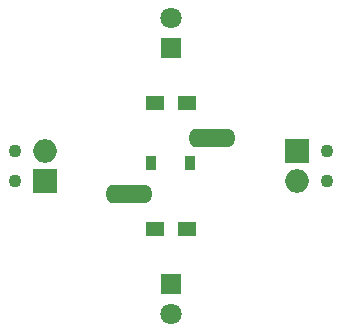
<source format=gbr>
%TF.GenerationSoftware,KiCad,Pcbnew,(5.1.10)-1*%
%TF.CreationDate,2021-07-05T16:14:48-04:00*%
%TF.ProjectId,button_mount,62757474-6f6e-45f6-9d6f-756e742e6b69,rev?*%
%TF.SameCoordinates,Original*%
%TF.FileFunction,Soldermask,Bot*%
%TF.FilePolarity,Negative*%
%FSLAX46Y46*%
G04 Gerber Fmt 4.6, Leading zero omitted, Abs format (unit mm)*
G04 Created by KiCad (PCBNEW (5.1.10)-1) date 2021-07-05 16:14:48*
%MOMM*%
%LPD*%
G01*
G04 APERTURE LIST*
%ADD10O,1.998980X1.998980*%
%ADD11R,1.998980X1.998980*%
%ADD12C,1.100000*%
%ADD13O,4.000000X1.600000*%
%ADD14R,1.500000X1.300000*%
%ADD15R,1.800000X1.800000*%
%ADD16C,1.800000*%
%ADD17R,0.900000X1.200000*%
G04 APERTURE END LIST*
D10*
%TO.C,J2*%
X128524000Y-90170000D03*
D11*
X128524000Y-87630000D03*
D12*
X131064000Y-87630000D03*
X131064000Y-90170000D03*
%TD*%
D13*
%TO.C,SW1*%
X114356000Y-91281250D03*
X121356000Y-86518750D03*
%TD*%
D14*
%TO.C,R2*%
X119206000Y-94234000D03*
X116506000Y-94234000D03*
%TD*%
%TO.C,R1*%
X116506000Y-83566000D03*
X119206000Y-83566000D03*
%TD*%
D10*
%TO.C,J1*%
X107188000Y-87630000D03*
D11*
X107188000Y-90170000D03*
D12*
X104648000Y-90170000D03*
X104648000Y-87630000D03*
%TD*%
D15*
%TO.C,D3*%
X117856000Y-98907600D03*
D16*
X117856000Y-101447600D03*
%TD*%
D15*
%TO.C,D2*%
X117856000Y-78892400D03*
D16*
X117856000Y-76352400D03*
%TD*%
D17*
%TO.C,D1*%
X116206000Y-88646000D03*
X119506000Y-88646000D03*
%TD*%
M02*

</source>
